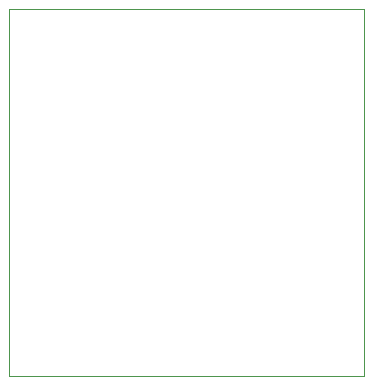
<source format=gbr>
%TF.GenerationSoftware,KiCad,Pcbnew,9.0.5*%
%TF.CreationDate,2025-11-30T14:54:46-03:00*%
%TF.ProjectId,Volume Control Module,566f6c75-6d65-4204-936f-6e74726f6c20,rev?*%
%TF.SameCoordinates,Original*%
%TF.FileFunction,Profile,NP*%
%FSLAX46Y46*%
G04 Gerber Fmt 4.6, Leading zero omitted, Abs format (unit mm)*
G04 Created by KiCad (PCBNEW 9.0.5) date 2025-11-30 14:54:46*
%MOMM*%
%LPD*%
G01*
G04 APERTURE LIST*
%TA.AperFunction,Profile*%
%ADD10C,0.050000*%
%TD*%
G04 APERTURE END LIST*
D10*
X1000000Y-1000000D02*
X31000000Y-1000000D01*
X31000000Y-32000000D01*
X1000000Y-32000000D01*
X1000000Y-1000000D01*
M02*

</source>
